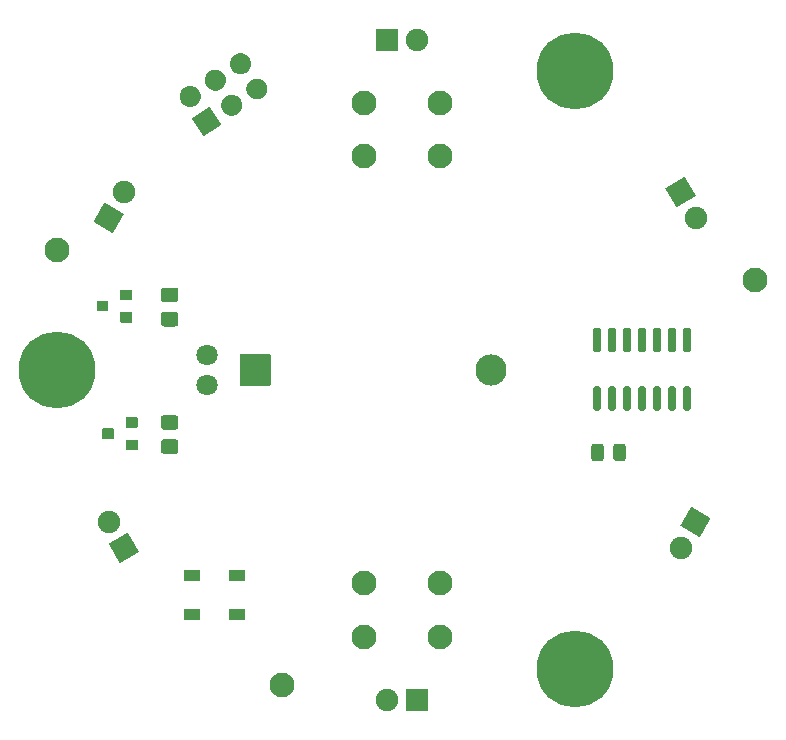
<source format=gbr>
G04 #@! TF.GenerationSoftware,KiCad,Pcbnew,(5.1.10)-1*
G04 #@! TF.CreationDate,2021-07-11T13:09:49-07:00*
G04 #@! TF.ProjectId,NightLight,4e696768-744c-4696-9768-742e6b696361,rev?*
G04 #@! TF.SameCoordinates,Original*
G04 #@! TF.FileFunction,Soldermask,Top*
G04 #@! TF.FilePolarity,Negative*
%FSLAX46Y46*%
G04 Gerber Fmt 4.6, Leading zero omitted, Abs format (unit mm)*
G04 Created by KiCad (PCBNEW (5.1.10)-1) date 2021-07-11 13:09:49*
%MOMM*%
%LPD*%
G01*
G04 APERTURE LIST*
%ADD10C,6.500000*%
%ADD11C,2.640000*%
%ADD12C,1.801800*%
%ADD13C,1.900000*%
%ADD14C,2.100000*%
G04 APERTURE END LIST*
G36*
G01*
X-13190185Y25161603D02*
X-13190185Y25161603D01*
G75*
G02*
X-14435164Y25426232I-490175J754804D01*
G01*
X-14435164Y25426232D01*
G75*
G02*
X-14170535Y26671211I754804J490175D01*
G01*
X-14170535Y26671211D01*
G75*
G02*
X-12925556Y26406582I490175J-754804D01*
G01*
X-12925556Y26406582D01*
G75*
G02*
X-13190185Y25161603I-754804J-490175D01*
G01*
G37*
G36*
G01*
X-11806802Y23031379D02*
X-11806802Y23031379D01*
G75*
G02*
X-13051781Y23296008I-490175J754804D01*
G01*
X-13051781Y23296008D01*
G75*
G02*
X-12787152Y24540987I754804J490175D01*
G01*
X-12787152Y24540987D01*
G75*
G02*
X-11542173Y24276358I490175J-754804D01*
G01*
X-11542173Y24276358D01*
G75*
G02*
X-11806802Y23031379I-754804J-490175D01*
G01*
G37*
G36*
G01*
X-15320408Y23778219D02*
X-15320408Y23778219D01*
G75*
G02*
X-16565387Y24042848I-490175J754804D01*
G01*
X-16565387Y24042848D01*
G75*
G02*
X-16300758Y25287827I754804J490175D01*
G01*
X-16300758Y25287827D01*
G75*
G02*
X-15055779Y25023198I490175J-754804D01*
G01*
X-15055779Y25023198D01*
G75*
G02*
X-15320408Y23778219I-754804J-490175D01*
G01*
G37*
G36*
G01*
X-13937025Y21647996D02*
X-13937025Y21647996D01*
G75*
G02*
X-15182004Y21912625I-490175J754804D01*
G01*
X-15182004Y21912625D01*
G75*
G02*
X-14917375Y23157604I754804J490175D01*
G01*
X-14917375Y23157604D01*
G75*
G02*
X-13672396Y22892975I490175J-754804D01*
G01*
X-13672396Y22892975D01*
G75*
G02*
X-13937025Y21647996I-754804J-490175D01*
G01*
G37*
G36*
G01*
X-17450631Y22394836D02*
X-17450631Y22394836D01*
G75*
G02*
X-18695610Y22659465I-490175J754804D01*
G01*
X-18695610Y22659465D01*
G75*
G02*
X-18430981Y23904444I754804J490175D01*
G01*
X-18430981Y23904444D01*
G75*
G02*
X-17186002Y23639815I490175J-754804D01*
G01*
X-17186002Y23639815D01*
G75*
G02*
X-17450631Y22394836I-754804J-490175D01*
G01*
G37*
G36*
G01*
X-15354378Y20727556D02*
X-16780118Y19801670D01*
G75*
G02*
X-16849284Y19816372I-27232J41934D01*
G01*
X-17775170Y21242112D01*
G75*
G02*
X-17760468Y21311278I41934J27232D01*
G01*
X-16334728Y22237164D01*
G75*
G02*
X-16265562Y22222462I27232J-41934D01*
G01*
X-15339676Y20796722D01*
G75*
G02*
X-15354378Y20727556I-41934J-27232D01*
G01*
G37*
D10*
X14655800Y-25298400D03*
X-29210000Y0D03*
X14655800Y25298400D03*
G36*
G01*
X16685000Y1515000D02*
X16335000Y1515000D01*
G75*
G02*
X16160000Y1690000I0J175000D01*
G01*
X16160000Y3390000D01*
G75*
G02*
X16335000Y3565000I175000J0D01*
G01*
X16685000Y3565000D01*
G75*
G02*
X16860000Y3390000I0J-175000D01*
G01*
X16860000Y1690000D01*
G75*
G02*
X16685000Y1515000I-175000J0D01*
G01*
G37*
G36*
G01*
X17955000Y1515000D02*
X17605000Y1515000D01*
G75*
G02*
X17430000Y1690000I0J175000D01*
G01*
X17430000Y3390000D01*
G75*
G02*
X17605000Y3565000I175000J0D01*
G01*
X17955000Y3565000D01*
G75*
G02*
X18130000Y3390000I0J-175000D01*
G01*
X18130000Y1690000D01*
G75*
G02*
X17955000Y1515000I-175000J0D01*
G01*
G37*
G36*
G01*
X19225000Y1515000D02*
X18875000Y1515000D01*
G75*
G02*
X18700000Y1690000I0J175000D01*
G01*
X18700000Y3390000D01*
G75*
G02*
X18875000Y3565000I175000J0D01*
G01*
X19225000Y3565000D01*
G75*
G02*
X19400000Y3390000I0J-175000D01*
G01*
X19400000Y1690000D01*
G75*
G02*
X19225000Y1515000I-175000J0D01*
G01*
G37*
G36*
G01*
X20495000Y1515000D02*
X20145000Y1515000D01*
G75*
G02*
X19970000Y1690000I0J175000D01*
G01*
X19970000Y3390000D01*
G75*
G02*
X20145000Y3565000I175000J0D01*
G01*
X20495000Y3565000D01*
G75*
G02*
X20670000Y3390000I0J-175000D01*
G01*
X20670000Y1690000D01*
G75*
G02*
X20495000Y1515000I-175000J0D01*
G01*
G37*
G36*
G01*
X21765000Y1515000D02*
X21415000Y1515000D01*
G75*
G02*
X21240000Y1690000I0J175000D01*
G01*
X21240000Y3390000D01*
G75*
G02*
X21415000Y3565000I175000J0D01*
G01*
X21765000Y3565000D01*
G75*
G02*
X21940000Y3390000I0J-175000D01*
G01*
X21940000Y1690000D01*
G75*
G02*
X21765000Y1515000I-175000J0D01*
G01*
G37*
G36*
G01*
X23035000Y1515000D02*
X22685000Y1515000D01*
G75*
G02*
X22510000Y1690000I0J175000D01*
G01*
X22510000Y3390000D01*
G75*
G02*
X22685000Y3565000I175000J0D01*
G01*
X23035000Y3565000D01*
G75*
G02*
X23210000Y3390000I0J-175000D01*
G01*
X23210000Y1690000D01*
G75*
G02*
X23035000Y1515000I-175000J0D01*
G01*
G37*
G36*
G01*
X24305000Y1515000D02*
X23955000Y1515000D01*
G75*
G02*
X23780000Y1690000I0J175000D01*
G01*
X23780000Y3390000D01*
G75*
G02*
X23955000Y3565000I175000J0D01*
G01*
X24305000Y3565000D01*
G75*
G02*
X24480000Y3390000I0J-175000D01*
G01*
X24480000Y1690000D01*
G75*
G02*
X24305000Y1515000I-175000J0D01*
G01*
G37*
G36*
G01*
X24305000Y-3435000D02*
X23955000Y-3435000D01*
G75*
G02*
X23780000Y-3260000I0J175000D01*
G01*
X23780000Y-1560000D01*
G75*
G02*
X23955000Y-1385000I175000J0D01*
G01*
X24305000Y-1385000D01*
G75*
G02*
X24480000Y-1560000I0J-175000D01*
G01*
X24480000Y-3260000D01*
G75*
G02*
X24305000Y-3435000I-175000J0D01*
G01*
G37*
G36*
G01*
X23035000Y-3435000D02*
X22685000Y-3435000D01*
G75*
G02*
X22510000Y-3260000I0J175000D01*
G01*
X22510000Y-1560000D01*
G75*
G02*
X22685000Y-1385000I175000J0D01*
G01*
X23035000Y-1385000D01*
G75*
G02*
X23210000Y-1560000I0J-175000D01*
G01*
X23210000Y-3260000D01*
G75*
G02*
X23035000Y-3435000I-175000J0D01*
G01*
G37*
G36*
G01*
X21765000Y-3435000D02*
X21415000Y-3435000D01*
G75*
G02*
X21240000Y-3260000I0J175000D01*
G01*
X21240000Y-1560000D01*
G75*
G02*
X21415000Y-1385000I175000J0D01*
G01*
X21765000Y-1385000D01*
G75*
G02*
X21940000Y-1560000I0J-175000D01*
G01*
X21940000Y-3260000D01*
G75*
G02*
X21765000Y-3435000I-175000J0D01*
G01*
G37*
G36*
G01*
X20495000Y-3435000D02*
X20145000Y-3435000D01*
G75*
G02*
X19970000Y-3260000I0J175000D01*
G01*
X19970000Y-1560000D01*
G75*
G02*
X20145000Y-1385000I175000J0D01*
G01*
X20495000Y-1385000D01*
G75*
G02*
X20670000Y-1560000I0J-175000D01*
G01*
X20670000Y-3260000D01*
G75*
G02*
X20495000Y-3435000I-175000J0D01*
G01*
G37*
G36*
G01*
X19225000Y-3435000D02*
X18875000Y-3435000D01*
G75*
G02*
X18700000Y-3260000I0J175000D01*
G01*
X18700000Y-1560000D01*
G75*
G02*
X18875000Y-1385000I175000J0D01*
G01*
X19225000Y-1385000D01*
G75*
G02*
X19400000Y-1560000I0J-175000D01*
G01*
X19400000Y-3260000D01*
G75*
G02*
X19225000Y-3435000I-175000J0D01*
G01*
G37*
G36*
G01*
X17955000Y-3435000D02*
X17605000Y-3435000D01*
G75*
G02*
X17430000Y-3260000I0J175000D01*
G01*
X17430000Y-1560000D01*
G75*
G02*
X17605000Y-1385000I175000J0D01*
G01*
X17955000Y-1385000D01*
G75*
G02*
X18130000Y-1560000I0J-175000D01*
G01*
X18130000Y-3260000D01*
G75*
G02*
X17955000Y-3435000I-175000J0D01*
G01*
G37*
G36*
G01*
X16685000Y-3435000D02*
X16335000Y-3435000D01*
G75*
G02*
X16160000Y-3260000I0J175000D01*
G01*
X16160000Y-1560000D01*
G75*
G02*
X16335000Y-1385000I175000J0D01*
G01*
X16685000Y-1385000D01*
G75*
G02*
X16860000Y-1560000I0J-175000D01*
G01*
X16860000Y-3260000D01*
G75*
G02*
X16685000Y-3435000I-175000J0D01*
G01*
G37*
G36*
G01*
X-19206738Y-5070000D02*
X-20163262Y-5070000D01*
G75*
G02*
X-20435000Y-4798262I0J271738D01*
G01*
X-20435000Y-4091738D01*
G75*
G02*
X-20163262Y-3820000I271738J0D01*
G01*
X-19206738Y-3820000D01*
G75*
G02*
X-18935000Y-4091738I0J-271738D01*
G01*
X-18935000Y-4798262D01*
G75*
G02*
X-19206738Y-5070000I-271738J0D01*
G01*
G37*
G36*
G01*
X-19206738Y-7120000D02*
X-20163262Y-7120000D01*
G75*
G02*
X-20435000Y-6848262I0J271738D01*
G01*
X-20435000Y-6141738D01*
G75*
G02*
X-20163262Y-5870000I271738J0D01*
G01*
X-19206738Y-5870000D01*
G75*
G02*
X-18935000Y-6141738I0J-271738D01*
G01*
X-18935000Y-6848262D01*
G75*
G02*
X-19206738Y-7120000I-271738J0D01*
G01*
G37*
G36*
G01*
X-19206738Y5725000D02*
X-20163262Y5725000D01*
G75*
G02*
X-20435000Y5996738I0J271738D01*
G01*
X-20435000Y6703262D01*
G75*
G02*
X-20163262Y6975000I271738J0D01*
G01*
X-19206738Y6975000D01*
G75*
G02*
X-18935000Y6703262I0J-271738D01*
G01*
X-18935000Y5996738D01*
G75*
G02*
X-19206738Y5725000I-271738J0D01*
G01*
G37*
G36*
G01*
X-19206738Y3675000D02*
X-20163262Y3675000D01*
G75*
G02*
X-20435000Y3946738I0J271738D01*
G01*
X-20435000Y4653262D01*
G75*
G02*
X-20163262Y4925000I271738J0D01*
G01*
X-19206738Y4925000D01*
G75*
G02*
X-18935000Y4653262I0J-271738D01*
G01*
X-18935000Y3946738D01*
G75*
G02*
X-19206738Y3675000I-271738J0D01*
G01*
G37*
G36*
G01*
X-24400000Y-4995000D02*
X-24400000Y-5795000D01*
G75*
G02*
X-24450000Y-5845000I-50000J0D01*
G01*
X-25350000Y-5845000D01*
G75*
G02*
X-25400000Y-5795000I0J50000D01*
G01*
X-25400000Y-4995000D01*
G75*
G02*
X-25350000Y-4945000I50000J0D01*
G01*
X-24450000Y-4945000D01*
G75*
G02*
X-24400000Y-4995000I0J-50000D01*
G01*
G37*
G36*
G01*
X-22400000Y-4045000D02*
X-22400000Y-4845000D01*
G75*
G02*
X-22450000Y-4895000I-50000J0D01*
G01*
X-23350000Y-4895000D01*
G75*
G02*
X-23400000Y-4845000I0J50000D01*
G01*
X-23400000Y-4045000D01*
G75*
G02*
X-23350000Y-3995000I50000J0D01*
G01*
X-22450000Y-3995000D01*
G75*
G02*
X-22400000Y-4045000I0J-50000D01*
G01*
G37*
G36*
G01*
X-22400000Y-5945000D02*
X-22400000Y-6745000D01*
G75*
G02*
X-22450000Y-6795000I-50000J0D01*
G01*
X-23350000Y-6795000D01*
G75*
G02*
X-23400000Y-6745000I0J50000D01*
G01*
X-23400000Y-5945000D01*
G75*
G02*
X-23350000Y-5895000I50000J0D01*
G01*
X-22450000Y-5895000D01*
G75*
G02*
X-22400000Y-5945000I0J-50000D01*
G01*
G37*
G36*
G01*
X-24860000Y5800000D02*
X-24860000Y5000000D01*
G75*
G02*
X-24910000Y4950000I-50000J0D01*
G01*
X-25810000Y4950000D01*
G75*
G02*
X-25860000Y5000000I0J50000D01*
G01*
X-25860000Y5800000D01*
G75*
G02*
X-25810000Y5850000I50000J0D01*
G01*
X-24910000Y5850000D01*
G75*
G02*
X-24860000Y5800000I0J-50000D01*
G01*
G37*
G36*
G01*
X-22860000Y6750000D02*
X-22860000Y5950000D01*
G75*
G02*
X-22910000Y5900000I-50000J0D01*
G01*
X-23810000Y5900000D01*
G75*
G02*
X-23860000Y5950000I0J50000D01*
G01*
X-23860000Y6750000D01*
G75*
G02*
X-23810000Y6800000I50000J0D01*
G01*
X-22910000Y6800000D01*
G75*
G02*
X-22860000Y6750000I0J-50000D01*
G01*
G37*
G36*
G01*
X-22860000Y4850000D02*
X-22860000Y4050000D01*
G75*
G02*
X-22910000Y4000000I-50000J0D01*
G01*
X-23810000Y4000000D01*
G75*
G02*
X-23860000Y4050000I0J50000D01*
G01*
X-23860000Y4850000D01*
G75*
G02*
X-23810000Y4900000I50000J0D01*
G01*
X-22910000Y4900000D01*
G75*
G02*
X-22860000Y4850000I0J-50000D01*
G01*
G37*
G36*
G01*
X-13370000Y-17900000D02*
X-14570000Y-17900000D01*
G75*
G02*
X-14620000Y-17850000I0J50000D01*
G01*
X-14620000Y-16950000D01*
G75*
G02*
X-14570000Y-16900000I50000J0D01*
G01*
X-13370000Y-16900000D01*
G75*
G02*
X-13320000Y-16950000I0J-50000D01*
G01*
X-13320000Y-17850000D01*
G75*
G02*
X-13370000Y-17900000I-50000J0D01*
G01*
G37*
G36*
G01*
X-13370000Y-21200000D02*
X-14570000Y-21200000D01*
G75*
G02*
X-14620000Y-21150000I0J50000D01*
G01*
X-14620000Y-20250000D01*
G75*
G02*
X-14570000Y-20200000I50000J0D01*
G01*
X-13370000Y-20200000D01*
G75*
G02*
X-13320000Y-20250000I0J-50000D01*
G01*
X-13320000Y-21150000D01*
G75*
G02*
X-13370000Y-21200000I-50000J0D01*
G01*
G37*
G36*
G01*
X-17180000Y-17900000D02*
X-18380000Y-17900000D01*
G75*
G02*
X-18430000Y-17850000I0J50000D01*
G01*
X-18430000Y-16950000D01*
G75*
G02*
X-18380000Y-16900000I50000J0D01*
G01*
X-17180000Y-16900000D01*
G75*
G02*
X-17130000Y-16950000I0J-50000D01*
G01*
X-17130000Y-17850000D01*
G75*
G02*
X-17180000Y-17900000I-50000J0D01*
G01*
G37*
G36*
G01*
X-17180000Y-21200000D02*
X-18380000Y-21200000D01*
G75*
G02*
X-18430000Y-21150000I0J50000D01*
G01*
X-18430000Y-20250000D01*
G75*
G02*
X-18380000Y-20200000I50000J0D01*
G01*
X-17180000Y-20200000D01*
G75*
G02*
X-17130000Y-20250000I0J-50000D01*
G01*
X-17130000Y-21150000D01*
G75*
G02*
X-17180000Y-21200000I-50000J0D01*
G01*
G37*
G36*
G01*
X17877500Y-7466250D02*
X17877500Y-6503750D01*
G75*
G02*
X18146250Y-6235000I268750J0D01*
G01*
X18683750Y-6235000D01*
G75*
G02*
X18952500Y-6503750I0J-268750D01*
G01*
X18952500Y-7466250D01*
G75*
G02*
X18683750Y-7735000I-268750J0D01*
G01*
X18146250Y-7735000D01*
G75*
G02*
X17877500Y-7466250I0J268750D01*
G01*
G37*
G36*
G01*
X16002500Y-7466250D02*
X16002500Y-6503750D01*
G75*
G02*
X16271250Y-6235000I268750J0D01*
G01*
X16808750Y-6235000D01*
G75*
G02*
X17077500Y-6503750I0J-268750D01*
G01*
X17077500Y-7466250D01*
G75*
G02*
X16808750Y-7735000I-268750J0D01*
G01*
X16271250Y-7735000D01*
G75*
G02*
X16002500Y-7466250I0J268750D01*
G01*
G37*
D11*
X7554000Y0D03*
G36*
G01*
X-11176000Y-1320000D02*
X-13716000Y-1320000D01*
G75*
G02*
X-13766000Y-1270000I0J50000D01*
G01*
X-13766000Y1270000D01*
G75*
G02*
X-13716000Y1320000I50000J0D01*
G01*
X-11176000Y1320000D01*
G75*
G02*
X-11126000Y1270000I0J-50000D01*
G01*
X-11126000Y-1270000D01*
G75*
G02*
X-11176000Y-1320000I-50000J0D01*
G01*
G37*
D12*
X-16510000Y1270000D03*
X-16510000Y-1270000D03*
D13*
X-23571200Y15069852D03*
G36*
G01*
X-24536777Y11597424D02*
X-26095623Y12497424D01*
G75*
G02*
X-26113924Y12565725I25000J43301D01*
G01*
X-25213924Y14124571D01*
G75*
G02*
X-25145623Y14142872I43301J-25000D01*
G01*
X-23586777Y13242872D01*
G75*
G02*
X-23568476Y13174571I-25000J-43301D01*
G01*
X-24468476Y11615725D01*
G75*
G02*
X-24536777Y11597424I-43301J25000D01*
G01*
G37*
X-24841200Y-12870148D03*
G36*
G01*
X-22316777Y-15442576D02*
X-23875623Y-16342576D01*
G75*
G02*
X-23943924Y-16324275I-25000J43301D01*
G01*
X-24843924Y-14765429D01*
G75*
G02*
X-24825623Y-14697128I43301J25000D01*
G01*
X-23266777Y-13797128D01*
G75*
G02*
X-23198476Y-13815429I25000J-43301D01*
G01*
X-22298476Y-15374275D01*
G75*
G02*
X-22316777Y-15442576I-43301J-25000D01*
G01*
G37*
X-1270000Y-27940000D03*
G36*
G01*
X2220000Y-27040000D02*
X2220000Y-28840000D01*
G75*
G02*
X2170000Y-28890000I-50000J0D01*
G01*
X370000Y-28890000D01*
G75*
G02*
X320000Y-28840000I0J50000D01*
G01*
X320000Y-27040000D01*
G75*
G02*
X370000Y-26990000I50000J0D01*
G01*
X2170000Y-26990000D01*
G75*
G02*
X2220000Y-27040000I0J-50000D01*
G01*
G37*
X23571200Y-15069852D03*
G36*
G01*
X24536777Y-11597424D02*
X26095623Y-12497424D01*
G75*
G02*
X26113924Y-12565725I-25000J-43301D01*
G01*
X25213924Y-14124571D01*
G75*
G02*
X25145623Y-14142872I-43301J25000D01*
G01*
X23586777Y-13242872D01*
G75*
G02*
X23568476Y-13174571I25000J43301D01*
G01*
X24468476Y-11615725D01*
G75*
G02*
X24536777Y-11597424I43301J-25000D01*
G01*
G37*
X24841200Y12870148D03*
G36*
G01*
X22316777Y15442576D02*
X23875623Y16342576D01*
G75*
G02*
X23943924Y16324275I25000J-43301D01*
G01*
X24843924Y14765429D01*
G75*
G02*
X24825623Y14697128I-43301J-25000D01*
G01*
X23266777Y13797128D01*
G75*
G02*
X23198476Y13815429I-25000J43301D01*
G01*
X22298476Y15374275D01*
G75*
G02*
X22316777Y15442576I43301J25000D01*
G01*
G37*
X1279000Y27940000D03*
G36*
G01*
X-2211000Y27040000D02*
X-2211000Y28840000D01*
G75*
G02*
X-2161000Y28890000I50000J0D01*
G01*
X-361000Y28890000D01*
G75*
G02*
X-311000Y28840000I0J-50000D01*
G01*
X-311000Y27040000D01*
G75*
G02*
X-361000Y26990000I-50000J0D01*
G01*
X-2161000Y26990000D01*
G75*
G02*
X-2211000Y27040000I0J50000D01*
G01*
G37*
D14*
X29845000Y7620000D03*
X-10160000Y-26670000D03*
X-29210000Y10160000D03*
X3248800Y18084800D03*
X3248800Y22584800D03*
X-3251200Y18084800D03*
X-3251200Y22584800D03*
X3248800Y-22580600D03*
X3248800Y-18080600D03*
X-3251200Y-22580600D03*
X-3251200Y-18080600D03*
M02*

</source>
